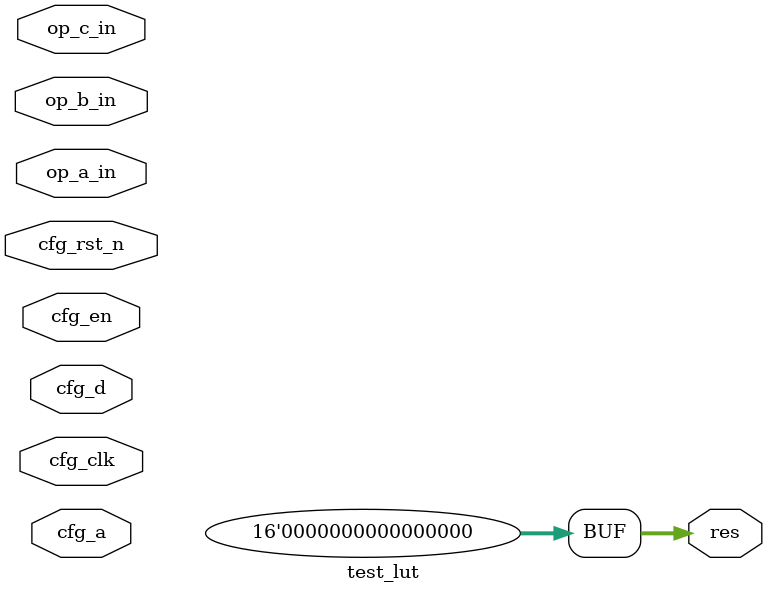
<source format=sv>
module  test_lut  #(
  parameter DataWidth = 16
) (
  input                  cfg_clk,
  input                  cfg_rst_n,
  input  [31:0]          cfg_d,
  input  [7:0]           cfg_a,
  input                  cfg_en,

  input  [DataWidth-1:0] op_a_in,
  input  [DataWidth-1:0] op_b_in,

  input               op_c_in,

  output logic [DataWidth-1:0] res
);

   assign res = 0;
   

// genvar ggg;
// generate
//   for (ggg = 0; ggg < DataWidth; ggg = ggg +1) begin : GEN_LUT

//     logic [7:0] lut;

//     always_ff @(posedge cfg_clk or negedge cfg_rst_n) begin
//       if(~cfg_rst_n) begin
//         lut   <= 8'h0;
//       end else if(cfg_en && (cfg_a == $unsigned(ggg/4)) ) begin
//         lut   <= cfg_d[7: 0];
//       end
//     end

//     assign res[ggg] = lut[{op_c_in, op_b_in[ggg], op_a_in[ggg]}];
//   end
// endgenerate


// logic [31:0] nc_cfg_d;
// assign nc_cfg_d = cfg_d;

endmodule





</source>
